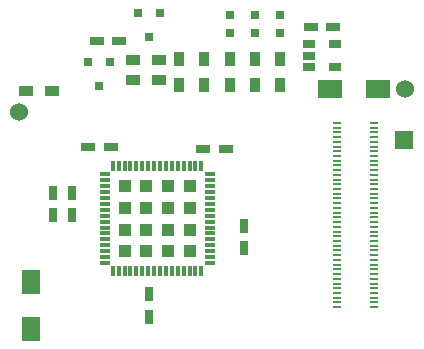
<source format=gtp>
G04 #@! TF.FileFunction,Paste,Top*
%FSLAX46Y46*%
G04 Gerber Fmt 4.6, Leading zero omitted, Abs format (unit mm)*
G04 Created by KiCad (PCBNEW 4.0.1-stable) date Tuesday, May 24, 2016 'PMt' 11:55:58 PM*
%MOMM*%
G01*
G04 APERTURE LIST*
%ADD10C,0.100000*%
%ADD11R,0.300000X0.850000*%
%ADD12R,0.850000X0.300000*%
%ADD13R,1.102500X1.102500*%
%ADD14R,0.700000X0.200000*%
%ADD15R,0.750000X1.200000*%
%ADD16R,1.600000X2.000000*%
%ADD17R,1.200000X0.750000*%
%ADD18R,2.000000X1.600000*%
%ADD19R,0.797560X0.797560*%
%ADD20C,1.524000*%
%ADD21R,1.501140X1.501140*%
%ADD22R,0.800100X0.800100*%
%ADD23R,0.900000X1.200000*%
%ADD24R,1.200000X0.900000*%
%ADD25R,1.060000X0.650000*%
G04 APERTURE END LIST*
D10*
D11*
X139101250Y-112761250D03*
X139601250Y-112761250D03*
X140101250Y-112761250D03*
X140601250Y-112761250D03*
X141101250Y-112761250D03*
X141601250Y-112761250D03*
X142101250Y-112761250D03*
X142601250Y-112761250D03*
X143101250Y-112761250D03*
X143601250Y-112761250D03*
X144101250Y-112761250D03*
X144601250Y-112761250D03*
X145101250Y-112761250D03*
X145601250Y-112761250D03*
X146101250Y-112761250D03*
X146601250Y-112761250D03*
D12*
X147301250Y-112061250D03*
X147301250Y-111561250D03*
X147301250Y-111061250D03*
X147301250Y-110561250D03*
X147301250Y-110061250D03*
X147301250Y-109561250D03*
X147301250Y-109061250D03*
X147301250Y-108561250D03*
X147301250Y-108061250D03*
X147301250Y-107561250D03*
X147301250Y-107061250D03*
X147301250Y-106561250D03*
X147301250Y-106061250D03*
X147301250Y-105561250D03*
X147301250Y-105061250D03*
X147301250Y-104561250D03*
D11*
X146601250Y-103861250D03*
X146101250Y-103861250D03*
X145601250Y-103861250D03*
X145101250Y-103861250D03*
X144601250Y-103861250D03*
X144101250Y-103861250D03*
X143601250Y-103861250D03*
X143101250Y-103861250D03*
X142601250Y-103861250D03*
X142101250Y-103861250D03*
X141601250Y-103861250D03*
X141101250Y-103861250D03*
X140601250Y-103861250D03*
X140101250Y-103861250D03*
X139601250Y-103861250D03*
X139101250Y-103861250D03*
D12*
X138401250Y-104561250D03*
X138401250Y-105061250D03*
X138401250Y-105561250D03*
X138401250Y-106061250D03*
X138401250Y-106561250D03*
X138401250Y-107061250D03*
X138401250Y-107561250D03*
X138401250Y-108061250D03*
X138401250Y-108561250D03*
X138401250Y-109061250D03*
X138401250Y-109561250D03*
X138401250Y-110061250D03*
X138401250Y-110561250D03*
X138401250Y-111061250D03*
X138401250Y-111561250D03*
X138401250Y-112061250D03*
D13*
X145607500Y-105555000D03*
X143770000Y-105555000D03*
X141932500Y-105555000D03*
X140095000Y-105555000D03*
X145607500Y-107392500D03*
X143770000Y-107392500D03*
X141932500Y-107392500D03*
X140095000Y-107392500D03*
X145607500Y-109230000D03*
X143770000Y-109230000D03*
X141932500Y-109230000D03*
X140095000Y-109230000D03*
X145607500Y-111067500D03*
X143770000Y-111067500D03*
X141932500Y-111067500D03*
X140095000Y-111067500D03*
D14*
X161190000Y-100200000D03*
X161190000Y-100600000D03*
X161190000Y-101000000D03*
X161190000Y-101400000D03*
X161190000Y-101800000D03*
X161190000Y-102200000D03*
X161190000Y-102600000D03*
X161190000Y-103000000D03*
X161190000Y-103400000D03*
X161190000Y-103800000D03*
X161190000Y-107800000D03*
X161190000Y-107400000D03*
X161190000Y-107000000D03*
X161190000Y-106600000D03*
X161190000Y-106200000D03*
X161190000Y-105800000D03*
X161190000Y-105400000D03*
X161190000Y-105000000D03*
X161190000Y-104600000D03*
X161190000Y-104200000D03*
X161190000Y-108200000D03*
X161190000Y-108600000D03*
X161190000Y-109000000D03*
X161190000Y-109400000D03*
X161190000Y-109800000D03*
X161190000Y-110200000D03*
X161190000Y-110600000D03*
X161190000Y-111000000D03*
X161190000Y-111400000D03*
X161190000Y-111800000D03*
X161190000Y-115800000D03*
X161190000Y-115400000D03*
X161190000Y-115000000D03*
X161190000Y-114600000D03*
X161190000Y-114200000D03*
X161190000Y-113800000D03*
X161190000Y-113400000D03*
X161190000Y-113000000D03*
X161190000Y-112600000D03*
X161190000Y-112200000D03*
X158110000Y-112200000D03*
X158110000Y-112600000D03*
X158110000Y-113000000D03*
X158110000Y-113400000D03*
X158110000Y-113800000D03*
X158110000Y-114200000D03*
X158110000Y-114600000D03*
X158110000Y-115000000D03*
X158110000Y-115400000D03*
X158110000Y-115800000D03*
X158110000Y-111800000D03*
X158110000Y-111400000D03*
X158110000Y-111000000D03*
X158110000Y-110600000D03*
X158110000Y-110200000D03*
X158110000Y-109800000D03*
X158110000Y-109400000D03*
X158110000Y-109000000D03*
X158110000Y-108600000D03*
X158110000Y-108200000D03*
X158110000Y-104200000D03*
X158110000Y-104600000D03*
X158110000Y-105000000D03*
X158110000Y-105400000D03*
X158110000Y-105800000D03*
X158110000Y-106200000D03*
X158110000Y-106600000D03*
X158110000Y-107000000D03*
X158110000Y-107400000D03*
X158110000Y-107800000D03*
X158110000Y-103800000D03*
X158110000Y-103400000D03*
X158110000Y-103000000D03*
X158110000Y-102600000D03*
X158110000Y-102200000D03*
X158110000Y-101800000D03*
X158110000Y-101400000D03*
X158110000Y-101000000D03*
X158110000Y-100600000D03*
X158110000Y-100200000D03*
D15*
X142150000Y-116600000D03*
X142150000Y-114700000D03*
X150200000Y-108900000D03*
X150200000Y-110800000D03*
D16*
X132180000Y-117640000D03*
X132180000Y-113640000D03*
D15*
X134010000Y-108020000D03*
X134010000Y-106120000D03*
X135670000Y-108010000D03*
X135670000Y-106110000D03*
D17*
X138920000Y-102240000D03*
X137020000Y-102240000D03*
X148670000Y-102450000D03*
X146770000Y-102450000D03*
D18*
X157530000Y-97340000D03*
X161530000Y-97340000D03*
D17*
X157770000Y-92060000D03*
X155870000Y-92060000D03*
X139630000Y-93230000D03*
X137730000Y-93230000D03*
D19*
X149000000Y-91100000D03*
X149000000Y-92598600D03*
X151150000Y-91100000D03*
X151150000Y-92598600D03*
X153300000Y-91100000D03*
X153300000Y-92598600D03*
D20*
X131170000Y-99310000D03*
D21*
X163780000Y-101640000D03*
D20*
X163850000Y-97370000D03*
D22*
X143100000Y-90889240D03*
X141200000Y-90889240D03*
X142150000Y-92888220D03*
X138900000Y-95039240D03*
X137000000Y-95039240D03*
X137950000Y-97038220D03*
D23*
X149000000Y-94800000D03*
X149000000Y-97000000D03*
X151150000Y-94800000D03*
X151150000Y-97000000D03*
X153300000Y-94800000D03*
X153300000Y-97000000D03*
D24*
X131720000Y-97460000D03*
X133920000Y-97460000D03*
D23*
X146850000Y-94800000D03*
X146850000Y-97000000D03*
D24*
X143000000Y-94870000D03*
X140800000Y-94870000D03*
X140820000Y-96590000D03*
X143020000Y-96590000D03*
D23*
X144700000Y-94800000D03*
X144700000Y-97000000D03*
D25*
X155750000Y-93550000D03*
X155750000Y-94500000D03*
X155750000Y-95450000D03*
X157950000Y-95450000D03*
X157950000Y-93550000D03*
M02*

</source>
